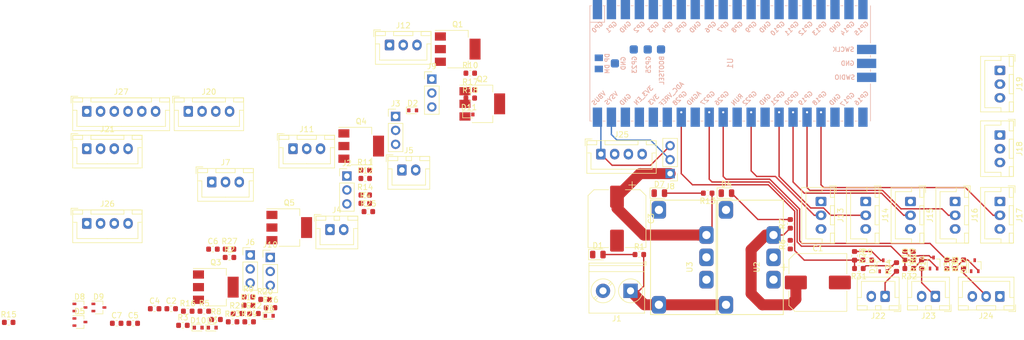
<source format=kicad_pcb>
(kicad_pcb (version 20171130) (host pcbnew 5.0.2+dfsg1-1)
  (layers (0 F.Cu signal) (1 In1.Cu signal) (2 In2.Cu signal) (31 B.Cu signal) (34 B.Paste user) (35 F.Paste user) (36 B.SilkS user) (37 F.SilkS user) (38 B.Mask user) (39 F.Mask user) (44 Edge.Cuts user))
  (net 0 "")
  (net 1 +12V)
  (net 2 GND)
  (net 3 TAC_3)
  (net 4 "Net-(C3-Pad1)")
  (net 5 TAC_1)
  (net 6 TAC_2)
  (net 7 DI_1)
  (net 8 DI_2)
  (net 9 ADC_RAW)
  (net 10 ADC_GENERIC)
  (net 11 ADC_PT1000)
  (net 12 "Net-(D1-Pad2)")
  (net 13 "Net-(D2-Pad1)")
  (net 14 "Net-(D2-Pad2)")
  (net 15 "Net-(D3-Pad2)")
  (net 16 "Net-(D3-Pad1)")
  (net 17 "Net-(D4-Pad2)")
  (net 18 "Net-(D6-Pad2)")
  (net 19 "Net-(D6-Pad1)")
  (net 20 "Net-(D7-Pad2)")
  (net 21 "Net-(D10-Pad2)")
  (net 22 "Net-(D10-Pad1)")
  (net 23 "Net-(D11-Pad1)")
  (net 24 "Net-(D11-Pad2)")
  (net 25 VIN)
  (net 26 "Net-(J7-Pad3)")
  (net 27 +5V)
  (net 28 V_USB)
  (net 29 "Net-(J11-Pad3)")
  (net 30 "Net-(J12-Pad3)")
  (net 31 DO_1)
  (net 32 DO_2)
  (net 33 DO_3)
  (net 34 DO_4)
  (net 35 DO_5)
  (net 36 "Net-(J18-Pad2)")
  (net 37 "Net-(J19-Pad2)")
  (net 38 I2C_SCL)
  (net 39 I2C_SDA)
  (net 40 +3V3)
  (net 41 UART_RX)
  (net 42 UART_TX)
  (net 43 "Net-(J22-Pad1)")
  (net 44 "Net-(J23-Pad1)")
  (net 45 "Net-(J24-Pad2)")
  (net 46 USB_DM)
  (net 47 USB_DP)
  (net 48 SPI_MISO)
  (net 49 SPI_CS)
  (net 50 SPI_SCK)
  (net 51 SPI_MOSI)
  (net 52 "Net-(Q1-Pad1)")
  (net 53 "Net-(Q2-Pad1)")
  (net 54 "Net-(Q3-Pad1)")
  (net 55 "Net-(Q4-Pad1)")
  (net 56 "Net-(Q5-Pad1)")
  (net 57 FET_1)
  (net 58 FET_2)
  (net 59 "Net-(R6-Pad1)")
  (net 60 FAN_3)
  (net 61 "Net-(D5-Pad2)")
  (net 62 FAN_1)
  (net 63 FAN_2)
  (net 64 "Net-(D8-Pad2)")
  (net 65 "Net-(D9-Pad2)")
  (net 66 "Net-(D12-Pad2)")
  (net 67 "Net-(D13-Pad2)")
  (net 68 "Net-(D14-Pad2)")
  (module Capacitor_SMD:CP_Elec_10x10 (layer F.Cu) (at 169.1 131.064)
    (fp_text reference C1 (at 0 -6.2) (layer F.SilkS))
    (fp_text value 100u)
    (pad 2 smd roundrect (at 4 0) (size 4 2.5) (layers F.Cu F.Paste F.Mask) (roundrect_rratio 0.1) (net 2 GND))
    (pad 1 smd roundrect (at -4 0) (size 4 2.5) (layers F.Cu F.Paste F.Mask) (roundrect_rratio 0.1) (net 1 +12V))
  )
  (module Capacitor_SMD:C_0603_1608Metric (layer F.Cu) (at 51.555001 135.848001)
    (fp_text reference C2 (at 0 -1.43) (layer F.SilkS))
    (fp_text value 100n)
    (pad 1 smd roundrect (at -0.7875 0) (size 0.875 0.95) (layers F.Cu F.Paste F.Mask) (net 3 TAC_3))
    (pad 2 smd roundrect (at 0.7875 0) (size 0.875 0.95) (layers F.Cu F.Paste F.Mask) (net 2 GND))
  )
  (module Capacitor_SMD:CP_Elec_10x10 (layer F.Cu) (at 132.588 119.444 270)
    (fp_text reference C3 (at 0 -6.2 270) (layer F.SilkS))
    (fp_text value 330u)
    (pad 1 smd roundrect (at -4 0 270) (size 4 2.5) (layers F.Cu F.Paste F.Mask) (roundrect_rratio 0.1) (net 4 "Net-(C3-Pad1)"))
    (pad 2 smd roundrect (at 4 0 270) (size 4 2.5) (layers F.Cu F.Paste F.Mask) (roundrect_rratio 0.1) (net 2 GND))
  )
  (module Capacitor_SMD:C_0603_1608Metric (layer F.Cu) (at 48.545001 135.848001)
    (fp_text reference C4 (at 0 -1.43) (layer F.SilkS))
    (fp_text value 100n)
    (pad 1 smd roundrect (at -0.7875 0) (size 0.875 0.95) (layers F.Cu F.Paste F.Mask) (net 5 TAC_1))
    (pad 2 smd roundrect (at 0.7875 0) (size 0.875 0.95) (layers F.Cu F.Paste F.Mask) (net 2 GND))
  )
  (module Capacitor_SMD:C_0603_1608Metric (layer F.Cu) (at 44.655001 138.498001)
    (fp_text reference C5 (at 0 -1.43) (layer F.SilkS))
    (fp_text value 100n)
    (pad 2 smd roundrect (at 0.7875 0) (size 0.875 0.95) (layers F.Cu F.Paste F.Mask) (net 2 GND))
    (pad 1 smd roundrect (at -0.7875 0) (size 0.875 0.95) (layers F.Cu F.Paste F.Mask) (net 6 TAC_2))
  )
  (module Capacitor_SMD:C_0603_1608Metric (layer F.Cu) (at 59.145001 124.998001)
    (fp_text reference C6 (at 0 -1.43) (layer F.SilkS))
    (fp_text value 100n)
    (pad 2 smd roundrect (at 0.7875 0) (size 0.875 0.95) (layers F.Cu F.Paste F.Mask) (net 2 GND))
    (pad 1 smd roundrect (at -0.7875 0) (size 0.875 0.95) (layers F.Cu F.Paste F.Mask) (net 7 DI_1))
  )
  (module Capacitor_SMD:C_0603_1608Metric (layer F.Cu) (at 41.645001 138.498001)
    (fp_text reference C7 (at 0 -1.43) (layer F.SilkS))
    (fp_text value 100n)
    (pad 1 smd roundrect (at -0.7875 0) (size 0.875 0.95) (layers F.Cu F.Paste F.Mask) (net 8 DI_2))
    (pad 2 smd roundrect (at 0.7875 0) (size 0.875 0.95) (layers F.Cu F.Paste F.Mask) (net 2 GND))
  )
  (module Capacitor_SMD:C_0603_1608Metric (layer F.Cu) (at 192.532 127.7875 270)
    (fp_text reference C8 (at 0 -1.43 270) (layer F.SilkS))
    (fp_text value 100n)
    (pad 2 smd roundrect (at 0.7875 0 270) (size 0.875 0.95) (layers F.Cu F.Paste F.Mask) (net 2 GND))
    (pad 1 smd roundrect (at -0.7875 0 270) (size 0.875 0.95) (layers F.Cu F.Paste F.Mask) (net 9 ADC_RAW))
  )
  (module Capacitor_SMD:C_0603_1608Metric (layer F.Cu) (at 178.0795 127)
    (fp_text reference C9 (at 0 -1.43) (layer F.SilkS))
    (fp_text value 100n)
    (pad 2 smd roundrect (at 0.7875 0) (size 0.875 0.95) (layers F.Cu F.Paste F.Mask) (net 2 GND))
    (pad 1 smd roundrect (at -0.7875 0) (size 0.875 0.95) (layers F.Cu F.Paste F.Mask) (net 10 ADC_GENERIC))
  )
  (module Capacitor_SMD:C_0603_1608Metric (layer F.Cu) (at 186.436 126.2125 90)
    (fp_text reference C10 (at 0 -1.43 90) (layer F.SilkS))
    (fp_text value 100n)
    (pad 1 smd roundrect (at -0.7875 0 90) (size 0.875 0.95) (layers F.Cu F.Paste F.Mask) (net 11 ADC_PT1000))
    (pad 2 smd roundrect (at 0.7875 0 90) (size 0.875 0.95) (layers F.Cu F.Paste F.Mask) (net 2 GND))
  )
  (module LED_SMD:LED_0805_2012Metric (layer F.Cu) (at 129.1105 125.984)
    (fp_text reference D1 (at 0 -1.65) (layer F.SilkS))
    (fp_text value VIN_LED)
    (pad 1 smd roundrect (at -0.9375 0) (size 0.975 1.4) (layers F.Cu F.Paste F.Mask) (net 2 GND))
    (pad 2 smd roundrect (at 0.9375 0) (size 0.975 1.4) (layers F.Cu F.Paste F.Mask) (net 12 "Net-(D1-Pad2)"))
  )
  (module Diode_SMD:D_SOD-523 (layer F.Cu) (at 95.445001 99.738001)
    (fp_text reference D2 (at 0 -1.3) (layer F.SilkS))
    (fp_text value 1N914)
    (pad 1 smd rect (at -0.7 0 180) (size 0.6 0.7) (layers F.Cu F.Paste F.Mask) (net 13 "Net-(D2-Pad1)"))
    (pad 2 smd rect (at 0.7 0 180) (size 0.6 0.7) (layers F.Cu F.Paste F.Mask) (net 14 "Net-(D2-Pad2)"))
  )
  (module Diode_SMD:D_SOD-523 (layer F.Cu) (at 59.015001 139.288001)
    (fp_text reference D3 (at 0 -1.3) (layer F.SilkS))
    (fp_text value 1N914)
    (pad 1 smd rect (at -0.7 0 180) (size 0.6 0.7) (layers F.Cu F.Paste F.Mask) (net 16 "Net-(D3-Pad1)"))
    (pad 2 smd rect (at 0.7 0 180) (size 0.6 0.7) (layers F.Cu F.Paste F.Mask) (net 15 "Net-(D3-Pad2)"))
  )
  (module LED_SMD:LED_0805_2012Metric (layer F.Cu) (at 152.4785 114.808)
    (fp_text reference D4 (at 0 -1.65) (layer F.SilkS))
    (fp_text value 12V_LED)
    (pad 1 smd roundrect (at -0.9375 0) (size 0.975 1.4) (layers F.Cu F.Paste F.Mask) (net 2 GND))
    (pad 2 smd roundrect (at 0.9375 0) (size 0.975 1.4) (layers F.Cu F.Paste F.Mask) (net 17 "Net-(D4-Pad2)"))
  )
  (module Package_TO_SOT_SMD:SOT-323_SC-70 (layer F.Cu) (at 34.965001 138.268001)
    (fp_text reference D5 (at -0.05 -1.95) (layer F.SilkS))
    (fp_text value BAV99)
    (pad 1 smd rect (at -1 -0.65 270) (size 0.45 0.7) (layers F.Cu F.Paste F.Mask) (net 2 GND))
    (pad 2 smd rect (at -1 0.65 270) (size 0.45 0.7) (layers F.Cu F.Paste F.Mask) (net 61 "Net-(D5-Pad2)"))
    (pad 3 smd rect (at 1 0 270) (size 0.45 0.7) (layers F.Cu F.Paste F.Mask) (net 40 +3V3))
  )
  (module Diode_SMD:D_SOD-523 (layer F.Cu) (at 69.385001 137.138001)
    (fp_text reference D6 (at 0 -1.3) (layer F.SilkS))
    (fp_text value 1N914)
    (pad 2 smd rect (at 0.7 0 180) (size 0.6 0.7) (layers F.Cu F.Paste F.Mask) (net 18 "Net-(D6-Pad2)"))
    (pad 1 smd rect (at -0.7 0 180) (size 0.6 0.7) (layers F.Cu F.Paste F.Mask) (net 19 "Net-(D6-Pad1)"))
  )
  (module LED_SMD:LED_0805_2012Metric (layer F.Cu) (at 140.2865 114.808)
    (fp_text reference D7 (at 0 -1.65) (layer F.SilkS))
    (fp_text value 5V_LED)
    (pad 2 smd roundrect (at 0.9375 0) (size 0.975 1.4) (layers F.Cu F.Paste F.Mask) (net 20 "Net-(D7-Pad2)"))
    (pad 1 smd roundrect (at -0.9375 0) (size 0.975 1.4) (layers F.Cu F.Paste F.Mask) (net 2 GND))
  )
  (module Package_TO_SOT_SMD:SOT-323_SC-70 (layer F.Cu) (at 34.965001 135.618001)
    (fp_text reference D8 (at -0.05 -1.95) (layer F.SilkS))
    (fp_text value BAV99)
    (pad 3 smd rect (at 1 0 270) (size 0.45 0.7) (layers F.Cu F.Paste F.Mask) (net 40 +3V3))
    (pad 2 smd rect (at -1 0.65 270) (size 0.45 0.7) (layers F.Cu F.Paste F.Mask) (net 64 "Net-(D8-Pad2)"))
    (pad 1 smd rect (at -1 -0.65 270) (size 0.45 0.7) (layers F.Cu F.Paste F.Mask) (net 2 GND))
  )
  (module Package_TO_SOT_SMD:SOT-323_SC-70 (layer F.Cu) (at 38.415001 135.618001)
    (fp_text reference D9 (at -0.05 -1.95) (layer F.SilkS))
    (fp_text value BAV99)
    (pad 3 smd rect (at 1 0 270) (size 0.45 0.7) (layers F.Cu F.Paste F.Mask) (net 40 +3V3))
    (pad 2 smd rect (at -1 0.65 270) (size 0.45 0.7) (layers F.Cu F.Paste F.Mask) (net 65 "Net-(D9-Pad2)"))
    (pad 1 smd rect (at -1 -0.65 270) (size 0.45 0.7) (layers F.Cu F.Paste F.Mask) (net 2 GND))
  )
  (module Diode_SMD:D_SOD-523 (layer F.Cu) (at 56.465001 139.288001)
    (fp_text reference D10 (at 0 -1.3) (layer F.SilkS))
    (fp_text value 1N914)
    (pad 2 smd rect (at 0.7 0 180) (size 0.6 0.7) (layers F.Cu F.Paste F.Mask) (net 21 "Net-(D10-Pad2)"))
    (pad 1 smd rect (at -0.7 0 180) (size 0.6 0.7) (layers F.Cu F.Paste F.Mask) (net 22 "Net-(D10-Pad1)"))
  )
  (module Diode_SMD:D_SOD-523 (layer F.Cu) (at 105.685001 100.488001)
    (fp_text reference D11 (at 0 -1.3) (layer F.SilkS))
    (fp_text value 1N914)
    (pad 2 smd rect (at 0.7 0 180) (size 0.6 0.7) (layers F.Cu F.Paste F.Mask) (net 24 "Net-(D11-Pad2)"))
    (pad 1 smd rect (at -0.7 0 180) (size 0.6 0.7) (layers F.Cu F.Paste F.Mask) (net 23 "Net-(D11-Pad1)"))
  )
  (module Package_TO_SOT_SMD:SOT-323_SC-70 (layer F.Cu) (at 197.612 128.016 90)
    (fp_text reference D12 (at -0.05 -1.95 90) (layer F.SilkS))
    (fp_text value BAV99)
    (pad 1 smd rect (at -1 -0.65) (size 0.45 0.7) (layers F.Cu F.Paste F.Mask) (net 2 GND))
    (pad 2 smd rect (at -1 0.65) (size 0.45 0.7) (layers F.Cu F.Paste F.Mask) (net 66 "Net-(D12-Pad2)"))
    (pad 3 smd rect (at 1 0) (size 0.45 0.7) (layers F.Cu F.Paste F.Mask) (net 40 +3V3))
  )
  (module Package_TO_SOT_SMD:SOT-323_SC-70 (layer F.Cu) (at 180.99 128.032 90)
    (fp_text reference D13 (at -0.05 -1.95 90) (layer F.SilkS))
    (fp_text value BAV99)
    (pad 3 smd rect (at 1 0) (size 0.45 0.7) (layers F.Cu F.Paste F.Mask) (net 40 +3V3))
    (pad 2 smd rect (at -1 0.65) (size 0.45 0.7) (layers F.Cu F.Paste F.Mask) (net 67 "Net-(D13-Pad2)"))
    (pad 1 smd rect (at -1 -0.65) (size 0.45 0.7) (layers F.Cu F.Paste F.Mask) (net 2 GND))
  )
  (module Package_TO_SOT_SMD:SOT-323_SC-70 (layer F.Cu) (at 190.134 127.524 90)
    (fp_text reference D14 (at -0.05 -1.95 90) (layer F.SilkS))
    (fp_text value BAV99)
    (pad 1 smd rect (at -1 -0.65) (size 0.45 0.7) (layers F.Cu F.Paste F.Mask) (net 2 GND))
    (pad 2 smd rect (at -1 0.65) (size 0.45 0.7) (layers F.Cu F.Paste F.Mask) (net 68 "Net-(D14-Pad2)"))
    (pad 3 smd rect (at 1 0) (size 0.45 0.7) (layers F.Cu F.Paste F.Mask) (net 40 +3V3))
  )
  (module TerminalBlock_Phoenix:TerminalBlock_Phoenix_PT-1,5-2-5.0-H_1x02_P5.00mm_Horizontal (layer F.Cu) (at 135.048 132.588 180)
    (fp_text reference J1 (at 2.5 -5.06 180) (layer F.SilkS))
    (fp_text value Conn_01x02_Female)
    (pad 1 thru_hole rect (at 0 0 180) (size 2.6 2.6) (drill 1.3) (layers *.Cu *.Mask) (net 25 VIN))
    (pad 2 thru_hole circle (at 5 0 180) (size 2.6 2.6) (drill 1.3) (layers *.Cu *.Mask) (net 2 GND))
  )
  (module Connector_PinHeader_2.54mm:PinHeader_1x03_P2.54mm_Vertical (layer F.Cu) (at 83.495001 111.688001)
    (fp_text reference J2 (at 0 -2.33) (layer F.SilkS))
    (fp_text value FET_1_V_SELECT)
    (pad 3 thru_hole oval (at 0 5.08) (size 1.7 1.7) (drill 1) (layers *.Cu *.Mask) (net 1 +12V))
    (pad 2 thru_hole oval (at 0 2.54) (size 1.7 1.7) (drill 1) (layers *.Cu *.Mask) (net 13 "Net-(D2-Pad1)"))
    (pad 1 thru_hole rect (at 0 0) (size 1.7 1.7) (drill 1) (layers *.Cu *.Mask) (net 25 VIN))
  )
  (module Connector_PinHeader_2.54mm:PinHeader_1x03_P2.54mm_Vertical (layer F.Cu) (at 92.345001 100.838001)
    (fp_text reference J3 (at 0 -2.33) (layer F.SilkS))
    (fp_text value FET_2_V_SELECT)
    (pad 1 thru_hole rect (at 0 0) (size 1.7 1.7) (drill 1) (layers *.Cu *.Mask) (net 25 VIN))
    (pad 2 thru_hole oval (at 0 2.54) (size 1.7 1.7) (drill 1) (layers *.Cu *.Mask) (net 16 "Net-(D3-Pad1)"))
    (pad 3 thru_hole oval (at 0 5.08) (size 1.7 1.7) (drill 1) (layers *.Cu *.Mask) (net 1 +12V))
  )
  (module Connector_JST:JST_XH_B02B-XH-A_1x02_P2.50mm_Vertical (layer F.Cu) (at 80.415001 121.438001)
    (fp_text reference J4 (at 1.25 -3.55) (layer F.SilkS))
    (fp_text value FET_1)
    (pad 1 thru_hole roundrect (at 0 0) (size 1.7 2) (drill 1) (layers *.Cu *.Mask) (roundrect_rratio 0.147059) (net 13 "Net-(D2-Pad1)"))
    (pad 2 thru_hole oval (at 2.5 0) (size 1.7 2) (drill 1) (layers *.Cu *.Mask) (net 14 "Net-(D2-Pad2)"))
  )
  (module Connector_JST:JST_XH_B02B-XH-A_1x02_P2.50mm_Vertical (layer F.Cu) (at 93.495001 110.588001)
    (fp_text reference J5 (at 1.25 -3.55) (layer F.SilkS))
    (fp_text value FET_2)
    (pad 2 thru_hole oval (at 2.5 0) (size 1.7 2) (drill 1) (layers *.Cu *.Mask) (net 15 "Net-(D3-Pad2)"))
    (pad 1 thru_hole roundrect (at 0 0) (size 1.7 2) (drill 1) (layers *.Cu *.Mask) (roundrect_rratio 0.147059) (net 16 "Net-(D3-Pad1)"))
  )
  (module Connector_PinHeader_2.54mm:PinHeader_1x03_P2.54mm_Vertical (layer F.Cu) (at 65.915001 126.068001)
    (fp_text reference J6 (at 0 -2.33) (layer F.SilkS))
    (fp_text value FAN_3_V_SELECT)
    (pad 1 thru_hole rect (at 0 0) (size 1.7 1.7) (drill 1) (layers *.Cu *.Mask) (net 25 VIN))
    (pad 2 thru_hole oval (at 0 2.54) (size 1.7 1.7) (drill 1) (layers *.Cu *.Mask) (net 19 "Net-(D6-Pad1)"))
    (pad 3 thru_hole oval (at 0 5.08) (size 1.7 1.7) (drill 1) (layers *.Cu *.Mask) (net 1 +12V))
  )
  (module Connector_JST:JST_XH_B03B-XH-A_1x03_P2.50mm_Vertical (layer F.Cu) (at 58.928 112.776)
    (fp_text reference J7 (at 2.5 -3.55) (layer F.SilkS))
    (fp_text value FAN_3)
    (pad 3 thru_hole oval (at 5 0) (size 1.7 1.95) (drill 0.95) (layers *.Cu *.Mask) (net 26 "Net-(J7-Pad3)"))
    (pad 2 thru_hole oval (at 2.5 0) (size 1.7 1.95) (drill 0.95) (layers *.Cu *.Mask) (net 18 "Net-(D6-Pad2)"))
    (pad 1 thru_hole roundrect (at 0 0) (size 1.7 1.95) (drill 0.95) (layers *.Cu *.Mask) (roundrect_rratio 0.147059) (net 19 "Net-(D6-Pad1)"))
  )
  (module Connector_PinHeader_2.54mm:PinHeader_1x03_P2.54mm_Vertical (layer F.Cu) (at 142.24 111.252 180)
    (fp_text reference J8 (at 0 -2.33 180) (layer F.SilkS))
    (fp_text value VB_SELECT)
    (pad 1 thru_hole rect (at 0 0 180) (size 1.7 1.7) (drill 1) (layers *.Cu *.Mask) (net 4 "Net-(C3-Pad1)"))
    (pad 2 thru_hole oval (at 0 2.54 180) (size 1.7 1.7) (drill 1) (layers *.Cu *.Mask) (net 27 +5V))
    (pad 3 thru_hole oval (at 0 5.08 180) (size 1.7 1.7) (drill 1) (layers *.Cu *.Mask) (net 28 V_USB))
  )
  (module Connector_PinHeader_2.54mm:PinHeader_1x03_P2.54mm_Vertical (layer F.Cu) (at 98.935001 94.038001)
    (fp_text reference J9 (at 0 -2.33) (layer F.SilkS))
    (fp_text value FAN_1_V_SELECT)
    (pad 3 thru_hole oval (at 0 5.08) (size 1.7 1.7) (drill 1) (layers *.Cu *.Mask) (net 1 +12V))
    (pad 2 thru_hole oval (at 0 2.54) (size 1.7 1.7) (drill 1) (layers *.Cu *.Mask) (net 22 "Net-(D10-Pad1)"))
    (pad 1 thru_hole rect (at 0 0) (size 1.7 1.7) (drill 1) (layers *.Cu *.Mask) (net 25 VIN))
  )
  (module Connector_PinHeader_2.54mm:PinHeader_1x03_P2.54mm_Vertical (layer F.Cu) (at 69.565001 126.518001)
    (fp_text reference J10 (at 0 -2.33) (layer F.SilkS))
    (fp_text value FAN_2_V_SELECT)
    (pad 3 thru_hole oval (at 0 5.08) (size 1.7 1.7) (drill 1) (layers *.Cu *.Mask) (net 1 +12V))
    (pad 2 thru_hole oval (at 0 2.54) (size 1.7 1.7) (drill 1) (layers *.Cu *.Mask) (net 23 "Net-(D11-Pad1)"))
    (pad 1 thru_hole rect (at 0 0) (size 1.7 1.7) (drill 1) (layers *.Cu *.Mask) (net 25 VIN))
  )
  (module Connector_JST:JST_XH_B03B-XH-A_1x03_P2.50mm_Vertical (layer F.Cu) (at 73.695001 106.718001)
    (fp_text reference J11 (at 2.5 -3.55) (layer F.SilkS))
    (fp_text value FAN_1)
    (pad 3 thru_hole oval (at 5 0) (size 1.7 1.95) (drill 0.95) (layers *.Cu *.Mask) (net 29 "Net-(J11-Pad3)"))
    (pad 2 thru_hole oval (at 2.5 0) (size 1.7 1.95) (drill 0.95) (layers *.Cu *.Mask) (net 21 "Net-(D10-Pad2)"))
    (pad 1 thru_hole roundrect (at 0 0) (size 1.7 1.95) (drill 0.95) (layers *.Cu *.Mask) (roundrect_rratio 0.147059) (net 22 "Net-(D10-Pad1)"))
  )
  (module Connector_JST:JST_XH_B03B-XH-A_1x03_P2.50mm_Vertical (layer F.Cu) (at 91.235001 87.838001)
    (fp_text reference J12 (at 2.5 -3.55) (layer F.SilkS))
    (fp_text value FAN_2)
    (pad 1 thru_hole roundrect (at 0 0) (size 1.7 1.95) (drill 0.95) (layers *.Cu *.Mask) (roundrect_rratio 0.147059) (net 23 "Net-(D11-Pad1)"))
    (pad 2 thru_hole oval (at 2.5 0) (size 1.7 1.95) (drill 0.95) (layers *.Cu *.Mask) (net 24 "Net-(D11-Pad2)"))
    (pad 3 thru_hole oval (at 5 0) (size 1.7 1.95) (drill 0.95) (layers *.Cu *.Mask) (net 30 "Net-(J12-Pad3)"))
  )
  (module Connector_JST:JST_XH_B03B-XH-A_1x03_P2.50mm_Vertical (layer F.Cu) (at 169.672 116.332 270)
    (fp_text reference J13 (at 2.5 -3.55 270) (layer F.SilkS))
    (fp_text value DO_1)
    (pad 1 thru_hole roundrect (at 0 0 270) (size 1.7 1.95) (drill 0.95) (layers *.Cu *.Mask) (roundrect_rratio 0.147059) (net 27 +5V))
    (pad 2 thru_hole oval (at 2.5 0 270) (size 1.7 1.95) (drill 0.95) (layers *.Cu *.Mask) (net 31 DO_1))
    (pad 3 thru_hole oval (at 5 0 270) (size 1.7 1.95) (drill 0.95) (layers *.Cu *.Mask) (net 2 GND))
  )
  (module Connector_JST:JST_XH_B03B-XH-A_1x03_P2.50mm_Vertical (layer F.Cu) (at 177.8 116.332 270)
    (fp_text reference J14 (at 2.5 -3.55 270) (layer F.SilkS))
    (fp_text value DO_2)
    (pad 3 thru_hole oval (at 5 0 270) (size 1.7 1.95) (drill 0.95) (layers *.Cu *.Mask) (net 2 GND))
    (pad 2 thru_hole oval (at 2.5 0 270) (size 1.7 1.95) (drill 0.95) (layers *.Cu *.Mask) (net 32 DO_2))
    (pad 1 thru_hole roundrect (at 0 0 270) (size 1.7 1.95) (drill 0.95) (layers *.Cu *.Mask) (roundrect_rratio 0.147059) (net 27 +5V))
  )
  (module Connector_JST:JST_XH_B03B-XH-A_1x03_P2.50mm_Vertical (layer F.Cu) (at 185.928 116.332 270)
    (fp_text reference J15 (at 2.5 -3.55 270) (layer F.SilkS))
    (fp_text value DO_3)
    (pad 1 thru_hole roundrect (at 0 0 270) (size 1.7 1.95) (drill 0.95) (layers *.Cu *.Mask) (roundrect_rratio 0.147059) (net 27 +5V))
    (pad 2 thru_hole oval (at 2.5 0 270) (size 1.7 1.95) (drill 0.95) (layers *.Cu *.Mask) (net 33 DO_3))
    (pad 3 thru_hole oval (at 5 0 270) (size 1.7 1.95) (drill 0.95) (layers *.Cu *.Mask) (net 2 GND))
  )
  (module Connector_JST:JST_XH_B03B-XH-A_1x03_P2.50mm_Vertical (layer F.Cu) (at 194.056 116.332 270)
    (fp_text reference J16 (at 2.5 -3.55 270) (layer F.SilkS))
    (fp_text value DO_4)
    (pad 3 thru_hole oval (at 5 0 270) (size 1.7 1.95) (drill 0.95) (layers *.Cu *.Mask) (net 2 GND))
    (pad 2 thru_hole oval (at 2.5 0 270) (size 1.7 1.95) (drill 0.95) (layers *.Cu *.Mask) (net 34 DO_4))
    (pad 1 thru_hole roundrect (at 0 0 270) (size 1.7 1.95) (drill 0.95) (layers *.Cu *.Mask) (roundrect_rratio 0.147059) (net 27 +5V))
  )
  (module Connector_JST:JST_XH_B03B-XH-A_1x03_P2.50mm_Vertical (layer F.Cu) (at 202.184 116.332 270)
    (fp_text reference J17 (at 2.5 -3.55 270) (layer F.SilkS))
    (fp_text value DO_5)
    (pad 1 thru_hole roundrect (at 0 0 270) (size 1.7 1.95) (drill 0.95) (layers *.Cu *.Mask) (roundrect_rratio 0.147059) (net 27 +5V))
    (pad 2 thru_hole oval (at 2.5 0 270) (size 1.7 1.95) (drill 0.95) (layers *.Cu *.Mask) (net 35 DO_5))
    (pad 3 thru_hole oval (at 5 0 270) (size 1.7 1.95) (drill 0.95) (layers *.Cu *.Mask) (net 2 GND))
  )
  (module Connector_JST:JST_XH_B03B-XH-A_1x03_P2.50mm_Vertical (layer F.Cu) (at 202.184 104.22 270)
    (fp_text reference J18 (at 2.5 -3.55 270) (layer F.SilkS))
    (fp_text value DI_1)
    (pad 1 thru_hole roundrect (at 0 0 270) (size 1.7 1.95) (drill 0.95) (layers *.Cu *.Mask) (roundrect_rratio 0.147059) (net 27 +5V))
    (pad 2 thru_hole oval (at 2.5 0 270) (size 1.7 1.95) (drill 0.95) (layers *.Cu *.Mask) (net 36 "Net-(J18-Pad2)"))
    (pad 3 thru_hole oval (at 5 0 270) (size 1.7 1.95) (drill 0.95) (layers *.Cu *.Mask) (net 2 GND))
  )
  (module Connector_JST:JST_XH_B03B-XH-A_1x03_P2.50mm_Vertical (layer F.Cu) (at 202.184 92.456 270)
    (fp_text reference J19 (at 2.5 -3.55 270) (layer F.SilkS))
    (fp_text value DI_2)
    (pad 1 thru_hole roundrect (at 0 0 270) (size 1.7 1.95) (drill 0.95) (layers *.Cu *.Mask) (roundrect_rratio 0.147059) (net 27 +5V))
    (pad 2 thru_hole oval (at 2.5 0 270) (size 1.7 1.95) (drill 0.95) (layers *.Cu *.Mask) (net 37 "Net-(J19-Pad2)"))
    (pad 3 thru_hole oval (at 5 0 270) (size 1.7 1.95) (drill 0.95) (layers *.Cu *.Mask) (net 2 GND))
  )
  (module Connector_JST:JST_XH_B04B-XH-A_1x04_P2.50mm_Vertical (layer F.Cu) (at 54.665001 99.918001)
    (fp_text reference J20 (at 3.75 -3.55) (layer F.SilkS))
    (fp_text value I2C_1)
    (pad 1 thru_hole roundrect (at 0 0) (size 1.7 1.95) (drill 0.95) (layers *.Cu *.Mask) (roundrect_rratio 0.147059) (net 40 +3V3))
    (pad 2 thru_hole oval (at 2.5 0) (size 1.7 1.95) (drill 0.95) (layers *.Cu *.Mask) (net 39 I2C_SDA))
    (pad 3 thru_hole oval (at 5 0) (size 1.7 1.95) (drill 0.95) (layers *.Cu *.Mask) (net 38 I2C_SCL))
    (pad 4 thru_hole oval (at 7.5 0) (size 1.7 1.95) (drill 0.95) (layers *.Cu *.Mask) (net 2 GND))
  )
  (module Connector_JST:JST_XH_B04B-XH-A_1x04_P2.50mm_Vertical (layer F.Cu) (at 36.215001 106.718001)
    (fp_text reference J21 (at 3.75 -3.55) (layer F.SilkS))
    (fp_text value I2C_2)
    (pad 1 thru_hole roundrect (at 0 0) (size 1.7 1.95) (drill 0.95) (layers *.Cu *.Mask) (roundrect_rratio 0.147059) (net 40 +3V3))
    (pad 2 thru_hole oval (at 2.5 0) (size 1.7 1.95) (drill 0.95) (layers *.Cu *.Mask) (net 41 UART_RX))
    (pad 3 thru_hole oval (at 5 0) (size 1.7 1.95) (drill 0.95) (layers *.Cu *.Mask) (net 42 UART_TX))
    (pad 4 thru_hole oval (at 7.5 0) (size 1.7 1.95) (drill 0.95) (layers *.Cu *.Mask) (net 2 GND))
  )
  (module Connector_JST:JST_XH_B02B-XH-A_1x02_P2.50mm_Vertical (layer F.Cu) (at 181.316 133.604 180)
    (fp_text reference J22 (at 1.25 -3.55 180) (layer F.SilkS))
    (fp_text value ADC_GENERIC)
    (pad 2 thru_hole oval (at 2.5 0 180) (size 1.7 2) (drill 1) (layers *.Cu *.Mask) (net 2 GND))
    (pad 1 thru_hole roundrect (at 0 0 180) (size 1.7 2) (drill 1) (layers *.Cu *.Mask) (roundrect_rratio 0.147059) (net 43 "Net-(J22-Pad1)"))
  )
  (module Connector_JST:JST_XH_B02B-XH-A_1x02_P2.50mm_Vertical (layer F.Cu) (at 190.46 133.604 180)
    (fp_text reference J23 (at 1.25 -3.55 180) (layer F.SilkS))
    (fp_text value ADC_PT1000)
    (pad 1 thru_hole roundrect (at 0 0 180) (size 1.7 2) (drill 1) (layers *.Cu *.Mask) (roundrect_rratio 0.147059) (net 44 "Net-(J23-Pad1)"))
    (pad 2 thru_hole oval (at 2.5 0 180) (size 1.7 2) (drill 1) (layers *.Cu *.Mask) (net 2 GND))
  )
  (module Connector_JST:JST_XH_B03B-XH-A_1x03_P2.50mm_Vertical (layer F.Cu) (at 202.184 133.604 180)
    (fp_text reference J24 (at 2.5 -3.55 180) (layer F.SilkS))
    (fp_text value ADC_RAW)
    (pad 3 thru_hole oval (at 5 0 180) (size 1.7 1.95) (drill 0.95) (layers *.Cu *.Mask) (net 2 GND))
    (pad 2 thru_hole oval (at 2.5 0 180) (size 1.7 1.95) (drill 0.95) (layers *.Cu *.Mask) (net 45 "Net-(J24-Pad2)"))
    (pad 1 thru_hole roundrect (at 0 0 180) (size 1.7 1.95) (drill 0.95) (layers *.Cu *.Mask) (roundrect_rratio 0.147059) (net 40 +3V3))
  )
  (module Connector_JST:JST_XH_B04B-XH-A_1x04_P2.50mm_Vertical (layer F.Cu) (at 129.66 107.696)
    (fp_text reference J25 (at 3.75 -3.55) (layer F.SilkS))
    (fp_text value USB)
    (pad 4 thru_hole oval (at 7.5 0) (size 1.7 1.95) (drill 0.95) (layers *.Cu *.Mask) (net 2 GND))
    (pad 3 thru_hole oval (at 5 0) (size 1.7 1.95) (drill 0.95) (layers *.Cu *.Mask) (net 46 USB_DM))
    (pad 2 thru_hole oval (at 2.5 0) (size 1.7 1.95) (drill 0.95) (layers *.Cu *.Mask) (net 47 USB_DP))
    (pad 1 thru_hole roundrect (at 0 0) (size 1.7 1.95) (drill 0.95) (layers *.Cu *.Mask) (roundrect_rratio 0.147059) (net 28 V_USB))
  )
  (module Connector_JST:JST_XH_B04B-XH-A_1x04_P2.50mm_Vertical (layer F.Cu) (at 36.215001 120.318001)
    (fp_text reference J26 (at 3.75 -3.55) (layer F.SilkS))
    (fp_text value I2C_2)
    (pad 4 thru_hole oval (at 7.5 0) (size 1.7 1.95) (drill 0.95) (layers *.Cu *.Mask) (net 2 GND))
    (pad 3 thru_hole oval (at 5 0) (size 1.7 1.95) (drill 0.95) (layers *.Cu *.Mask) (net 38 I2C_SCL))
    (pad 2 thru_hole oval (at 2.5 0) (size 1.7 1.95) (drill 0.95) (layers *.Cu *.Mask) (net 39 I2C_SDA))
    (pad 1 thru_hole roundrect (at 0 0) (size 1.7 1.95) (drill 0.95) (layers *.Cu *.Mask) (roundrect_rratio 0.147059) (net 40 +3V3))
  )
  (module Connector_JST:JST_XH_B06B-XH-A_1x06_P2.50mm_Vertical (layer F.Cu) (at 36.215001 99.918001)
    (fp_text reference J27 (at 6.25 -3.55) (layer F.SilkS))
    (fp_text value SPI)
    (pad 1 thru_hole roundrect (at 0 0) (size 1.7 1.95) (drill 0.95) (layers *.Cu *.Mask) (roundrect_rratio 0.147059) (net 40 +3V3))
    (pad 2 thru_hole oval (at 2.5 0) (size 1.7 1.95) (drill 0.95) (layers *.Cu *.Mask) (net 48 SPI_MISO))
    (pad 3 thru_hole oval (at 5 0) (size 1.7 1.95) (drill 0.95) (layers *.Cu *.Mask) (net 49 SPI_CS))
    (pad 4 thru_hole oval (at 7.5 0) (size 1.7 1.95) (drill 0.95) (layers *.Cu *.Mask) (net 50 SPI_SCK))
    (pad 5 thru_hole oval (at 10 0) (size 1.7 1.95) (drill 0.95) (layers *.Cu *.Mask) (net 51 SPI_MOSI))
    (pad 6 thru_hole oval (at 12.5 0) (size 1.7 1.95) (drill 0.95) (layers *.Cu *.Mask) (net 2 GND))
  )
  (module Package_TO_SOT_SMD:SOT-223 (layer F.Cu) (at 103.635001 88.588001)
    (fp_text reference Q1 (at 0 -4.5) (layer F.SilkS))
    (fp_text value NCV8402)
    (pad 4 smd rect (at 3.15 0) (size 2 3.8) (layers F.Cu F.Paste F.Mask) (net 14 "Net-(D2-Pad2)"))
    (pad 2 smd rect (at -3.15 0) (size 2 1.5) (layers F.Cu F.Paste F.Mask) (net 14 "Net-(D2-Pad2)"))
    (pad 3 smd rect (at -3.15 2.3) (size 2 1.5) (layers F.Cu F.Paste F.Mask) (net 2 GND))
    (pad 1 smd rect (at -3.15 -2.3) (size 2 1.5) (layers F.Cu F.Paste F.Mask) (net 52 "Net-(Q1-Pad1)"))
  )
  (module Package_TO_SOT_SMD:SOT-223 (layer F.Cu) (at 108.102 98.552)
    (fp_text reference Q2 (at 0 -4.5) (layer F.SilkS))
    (fp_text value NCV8402)
    (pad 1 smd rect (at -3.15 -2.3) (size 2 1.5) (layers F.Cu F.Paste F.Mask) (net 53 "Net-(Q2-Pad1)"))
    (pad 3 smd rect (at -3.15 2.3) (size 2 1.5) (layers F.Cu F.Paste F.Mask) (net 2 GND))
    (pad 2 smd rect (at -3.15 0) (size 2 1.5) (layers F.Cu F.Paste F.Mask) (net 15 "Net-(D3-Pad2)"))
    (pad 4 smd rect (at 3.15 0) (size 2 3.8) (layers F.Cu F.Paste F.Mask) (net 15 "Net-(D3-Pad2)"))
  )
  (module Package_TO_SOT_SMD:SOT-223 (layer F.Cu) (at 59.665001 131.918001)
    (fp_text reference Q3 (at 0 -4.5) (layer F.SilkS))
    (fp_text value NCV8402)
    (pad 4 smd rect (at 3.15 0) (size 2 3.8) (layers F.Cu F.Paste F.Mask) (net 18 "Net-(D6-Pad2)"))
    (pad 2 smd rect (at -3.15 0) (size 2 1.5) (layers F.Cu F.Paste F.Mask) (net 18 "Net-(D6-Pad2)"))
    (pad 3 smd rect (at -3.15 2.3) (size 2 1.5) (layers F.Cu F.Paste F.Mask) (net 2 GND))
    (pad 1 smd rect (at -3.15 -2.3) (size 2 1.5) (layers F.Cu F.Paste F.Mask) (net 54 "Net-(Q3-Pad1)"))
  )
  (module Package_TO_SOT_SMD:SOT-223 (layer F.Cu) (at 86.095001 106.238001)
    (fp_text reference Q4 (at 0 -4.5) (layer F.SilkS))
    (fp_text value NCV8402)
    (pad 4 smd rect (at 3.15 0) (size 2 3.8) (layers F.Cu F.Paste F.Mask) (net 21 "Net-(D10-Pad2)"))
    (pad 2 smd rect (at -3.15 0) (size 2 1.5) (layers F.Cu F.Paste F.Mask) (net 21 "Net-(D10-Pad2)"))
    (pad 3 smd rect (at -3.15 2.3) (size 2 1.5) (layers F.Cu F.Paste F.Mask) (net 2 GND))
    (pad 1 smd rect (at -3.15 -2.3) (size 2 1.5) (layers F.Cu F.Paste F.Mask) (net 55 "Net-(Q4-Pad1)"))
  )
  (module Package_TO_SOT_SMD:SOT-223 (layer F.Cu) (at 73.015001 121.068001)
    (fp_text reference Q5 (at 0 -4.5) (layer F.SilkS))
    (fp_text value NCV8402)
    (pad 1 smd rect (at -3.15 -2.3) (size 2 1.5) (layers F.Cu F.Paste F.Mask) (net 56 "Net-(Q5-Pad1)"))
    (pad 3 smd rect (at -3.15 2.3) (size 2 1.5) (layers F.Cu F.Paste F.Mask) (net 2 GND))
    (pad 2 smd rect (at -3.15 0) (size 2 1.5) (layers F.Cu F.Paste F.Mask) (net 24 "Net-(D11-Pad2)"))
    (pad 4 smd rect (at 3.15 0) (size 2 3.8) (layers F.Cu F.Paste F.Mask) (net 24 "Net-(D11-Pad2)"))
  )
  (module Resistor_SMD:R_0603_1608Metric (layer F.Cu) (at 136.652 125.984)
    (fp_text reference R1 (at 0 -1.43) (layer F.SilkS))
    (fp_text value 4K7)
    (pad 1 smd roundrect (at -0.7875 0) (size 0.875 0.95) (layers F.Cu F.Paste F.Mask) (net 12 "Net-(D1-Pad2)"))
    (pad 2 smd roundrect (at 0.7875 0) (size 0.875 0.95) (layers F.Cu F.Paste F.Mask) (net 25 VIN))
  )
  (module Resistor_SMD:R_0603_1608Metric (layer F.Cu) (at 62.155001 126.508001)
    (fp_text reference R2 (at 0 -1.43) (layer F.SilkS))
    (fp_text value 1K)
    (pad 2 smd roundrect (at 0.7875 0) (size 0.875 0.95) (layers F.Cu F.Paste F.Mask) (net 57 FET_1))
    (pad 1 smd roundrect (at -0.7875 0) (size 0.875 0.95) (layers F.Cu F.Paste F.Mask) (net 52 "Net-(Q1-Pad1)"))
  )
  (module Resistor_SMD:R_0603_1608Metric (layer F.Cu) (at 53.685001 138.868001)
    (fp_text reference R3 (at 0 -1.43) (layer F.SilkS))
    (fp_text value 1K)
    (pad 1 smd roundrect (at -0.7875 0) (size 0.875 0.95) (layers F.Cu F.Paste F.Mask) (net 53 "Net-(Q2-Pad1)"))
    (pad 2 smd roundrect (at 0.7875 0) (size 0.875 0.95) (layers F.Cu F.Paste F.Mask) (net 58 FET_2))
  )
  (module Resistor_SMD:R_0603_1608Metric (layer F.Cu) (at 86.825001 116.658001)
    (fp_text reference R4 (at 0 -1.43) (layer F.SilkS))
    (fp_text value 10K)
    (pad 2 smd roundrect (at 0.7875 0) (size 0.875 0.95) (layers F.Cu F.Paste F.Mask) (net 52 "Net-(Q1-Pad1)"))
    (pad 1 smd roundrect (at -0.7875 0) (size 0.875 0.95) (layers F.Cu F.Paste F.Mask) (net 2 GND))
  )
  (module Resistor_SMD:R_0603_1608Metric (layer F.Cu) (at 57.575001 136.298001)
    (fp_text reference R5 (at 0 -1.43) (layer F.SilkS))
    (fp_text value 10K)
    (pad 1 smd roundrect (at -0.7875 0) (size 0.875 0.95) (layers F.Cu F.Paste F.Mask) (net 2 GND))
    (pad 2 smd roundrect (at 0.7875 0) (size 0.875 0.95) (layers F.Cu F.Paste F.Mask) (net 53 "Net-(Q2-Pad1)"))
  )
  (module Resistor_SMD:R_0603_1608Metric (layer F.Cu) (at 164.084 124.1805 90)
    (fp_text reference R6 (at 0 -1.43 90) (layer F.SilkS))
    (fp_text value 500R)
    (pad 1 smd roundrect (at -0.7875 0 90) (size 0.875 0.95) (layers F.Cu F.Paste F.Mask) (net 59 "Net-(R6-Pad1)"))
    (pad 2 smd roundrect (at 0.7875 0 90) (size 0.875 0.95) (layers F.Cu F.Paste F.Mask) (net 2 GND))
  )
  (module Resistor_SMD:R_0603_1608Metric (layer F.Cu) (at 164.084 120.396 90)
    (fp_text reference R7 (at 0 -1.43 90) (layer F.SilkS))
    (fp_text value 2K2)
    (pad 2 smd roundrect (at 0.7875 0 90) (size 0.875 0.95) (layers F.Cu F.Paste F.Mask) (net 17 "Net-(D4-Pad2)"))
    (pad 1 smd roundrect (at -0.7875 0 90) (size 0.875 0.95) (layers F.Cu F.Paste F.Mask) (net 1 +12V))
  )
  (module Resistor_SMD:R_0603_1608Metric (layer F.Cu) (at 59.705001 137.808001)
    (fp_text reference R8 (at 0 -1.43) (layer F.SilkS))
    (fp_text value 1K)
    (pad 1 smd roundrect (at -0.7875 0) (size 0.875 0.95) (layers F.Cu F.Paste F.Mask) (net 54 "Net-(Q3-Pad1)"))
    (pad 2 smd roundrect (at 0.7875 0) (size 0.875 0.95) (layers F.Cu F.Paste F.Mask) (net 60 FAN_3))
  )
  (module Resistor_SMD:R_0603_1608Metric (layer F.Cu) (at 65.595001 133.698001)
    (fp_text reference R9 (at 0 -1.43) (layer F.SilkS))
    (fp_text value 10K)
    (pad 2 smd roundrect (at 0.7875 0) (size 0.875 0.95) (layers F.Cu F.Paste F.Mask) (net 54 "Net-(Q3-Pad1)"))
    (pad 1 smd roundrect (at -0.7875 0) (size 0.875 0.95) (layers F.Cu F.Paste F.Mask) (net 2 GND))
  )
  (module Resistor_SMD:R_0603_1608Metric (layer F.Cu) (at 105.915001 92.968001)
    (fp_text reference R10 (at 0 -1.43) (layer F.SilkS))
    (fp_text value 1K)
    (pad 2 smd roundrect (at 0.7875 0) (size 0.875 0.95) (layers F.Cu F.Paste F.Mask) (net 3 TAC_3))
    (pad 1 smd roundrect (at -0.7875 0) (size 0.875 0.95) (layers F.Cu F.Paste F.Mask) (net 61 "Net-(D5-Pad2)"))
  )
  (module Resistor_SMD:R_0603_1608Metric (layer F.Cu) (at 86.825001 110.618001)
    (fp_text reference R11 (at 0 -1.43) (layer F.SilkS))
    (fp_text value 1K)
    (pad 1 smd roundrect (at -0.7875 0) (size 0.875 0.95) (layers F.Cu F.Paste F.Mask) (net 26 "Net-(J7-Pad3)"))
    (pad 2 smd roundrect (at 0.7875 0) (size 0.875 0.95) (layers F.Cu F.Paste F.Mask) (net 61 "Net-(D5-Pad2)"))
  )
  (module Resistor_SMD:R_0603_1608Metric (layer F.Cu) (at 86.825001 112.128001)
    (fp_text reference R12 (at 0 -1.43) (layer F.SilkS))
    (fp_text value 1K8)
    (pad 2 smd roundrect (at 0.7875 0) (size 0.875 0.95) (layers F.Cu F.Paste F.Mask) (net 40 +3V3))
    (pad 1 smd roundrect (at -0.7875 0) (size 0.875 0.95) (layers F.Cu F.Paste F.Mask) (net 26 "Net-(J7-Pad3)"))
  )
  (module Resistor_SMD:R_0603_1608Metric (layer F.Cu) (at 149.0725 114.808 180)
    (fp_text reference R13 (at 0 -1.43 180) (layer F.SilkS))
    (fp_text value 1K)
    (pad 1 smd roundrect (at -0.7875 0 180) (size 0.875 0.95) (layers F.Cu F.Paste F.Mask) (net 4 "Net-(C3-Pad1)"))
    (pad 2 smd roundrect (at 0.7875 0 180) (size 0.875 0.95) (layers F.Cu F.Paste F.Mask) (net 20 "Net-(D7-Pad2)"))
  )
  (module Resistor_SMD:R_0603_1608Metric (layer F.Cu) (at 86.825001 115.148001)
    (fp_text reference R14 (at 0 -1.43) (layer F.SilkS))
    (fp_text value 1K)
    (pad 2 smd roundrect (at 0.7875 0) (size 0.875 0.95) (layers F.Cu F.Paste F.Mask) (net 62 FAN_1))
    (pad 1 smd roundrect (at -0.7875 0) (size 0.875 0.95) (layers F.Cu F.Paste F.Mask) (net 55 "Net-(Q4-Pad1)"))
  )
  (module Resistor_SMD:R_0603_1608Metric (layer F.Cu) (at 22.015001 138.328001)
    (fp_text reference R15 (at 0 -1.43) (layer F.SilkS))
    (fp_text value 1K)
    (pad 1 smd roundrect (at -0.7875 0) (size 0.875 0.95) (layers F.Cu F.Paste F.Mask) (net 56 "Net-(Q5-Pad1)"))
    (pad 2 smd roundrect (at 0.7875 0) (size 0.875 0.95) (layers F.Cu F.Paste F.Mask) (net 63 FAN_2))
  )
  (module Resistor_SMD:R_0603_1608Metric (layer F.Cu) (at 54.565001 136.298001)
    (fp_text reference R16 (at 0 -1.43) (layer F.SilkS))
    (fp_text value 10K)
    (pad 2 smd roundrect (at 0.7875 0) (size 0.875 0.95) (layers F.Cu F.Paste F.Mask) (net 55 "Net-(Q4-Pad1)"))
    (pad 1 smd roundrect (at -0.7875 0) (size 0.875 0.95) (layers F.Cu F.Paste F.Mask) (net 2 GND))
  )
  (module Resistor_SMD:R_0603_1608Metric (layer F.Cu) (at 105.915001 95.988001)
    (fp_text reference R17 (at 0 -1.43) (layer F.SilkS))
    (fp_text value 10K)
    (pad 1 smd roundrect (at -0.7875 0) (size 0.875 0.95) (layers F.Cu F.Paste F.Mask) (net 2 GND))
    (pad 2 smd roundrect (at 0.7875 0) (size 0.875 0.95) (layers F.Cu F.Paste F.Mask) (net 56 "Net-(Q5-Pad1)"))
  )
  (module Resistor_SMD:R_0603_1608Metric (layer F.Cu) (at 105.915001 97.498001)
    (fp_text reference R18 (at 0 -1.43) (layer F.SilkS))
    (fp_text value 1K)
    (pad 1 smd roundrect (at -0.7875 0) (size 0.875 0.95) (layers F.Cu F.Paste F.Mask) (net 64 "Net-(D8-Pad2)"))
    (pad 2 smd roundrect (at 0.7875 0) (size 0.875 0.95) (layers F.Cu F.Paste F.Mask) (net 5 TAC_1))
  )
  (module Resistor_SMD:R_0603_1608Metric (layer F.Cu) (at 65.595001 135.208001)
    (fp_text reference R19 (at 0 -1.43) (layer F.SilkS))
    (fp_text value 1K)
    (pad 2 smd roundrect (at 0.7875 0) (size 0.875 0.95) (layers F.Cu F.Paste F.Mask) (net 6 TAC_2))
    (pad 1 smd roundrect (at -0.7875 0) (size 0.875 0.95) (layers F.Cu F.Paste F.Mask) (net 65 "Net-(D9-Pad2)"))
  )
  (module Resistor_SMD:R_0603_1608Metric (layer F.Cu) (at 68.605001 134.148001)
    (fp_text reference R20 (at 0 -1.43) (layer F.SilkS))
    (fp_text value 1K)
    (pad 2 smd roundrect (at 0.7875 0) (size 0.875 0.95) (layers F.Cu F.Paste F.Mask) (net 64 "Net-(D8-Pad2)"))
    (pad 1 smd roundrect (at -0.7875 0) (size 0.875 0.95) (layers F.Cu F.Paste F.Mask) (net 29 "Net-(J11-Pad3)"))
  )
  (module Resistor_SMD:R_0603_1608Metric (layer F.Cu) (at 63.595001 136.718001)
    (fp_text reference R21 (at 0 -1.43) (layer F.SilkS))
    (fp_text value 1K)
    (pad 1 smd roundrect (at -0.7875 0) (size 0.875 0.95) (layers F.Cu F.Paste F.Mask) (net 30 "Net-(J12-Pad3)"))
    (pad 2 smd roundrect (at 0.7875 0) (size 0.875 0.95) (layers F.Cu F.Paste F.Mask) (net 65 "Net-(D9-Pad2)"))
  )
  (module Resistor_SMD:R_0603_1608Metric (layer F.Cu) (at 66.605001 136.718001)
    (fp_text reference R22 (at 0 -1.43) (layer F.SilkS))
    (fp_text value 1K8)
    (pad 1 smd roundrect (at -0.7875 0) (size 0.875 0.95) (layers F.Cu F.Paste F.Mask) (net 29 "Net-(J11-Pad3)"))
    (pad 2 smd roundrect (at 0.7875 0) (size 0.875 0.95) (layers F.Cu F.Paste F.Mask) (net 40 +3V3))
  )
  (module Resistor_SMD:R_0603_1608Metric (layer F.Cu) (at 62.715001 138.228001)
    (fp_text reference R23 (at 0 -1.43) (layer F.SilkS))
    (fp_text value 1K8)
    (pad 2 smd roundrect (at 0.7875 0) (size 0.875 0.95) (layers F.Cu F.Paste F.Mask) (net 40 +3V3))
    (pad 1 smd roundrect (at -0.7875 0) (size 0.875 0.95) (layers F.Cu F.Paste F.Mask) (net 30 "Net-(J12-Pad3)"))
  )
  (module Resistor_SMD:R_0603_1608Metric (layer F.Cu) (at 65.725001 138.228001)
    (fp_text reference R24 (at 0 -1.43) (layer F.SilkS))
    (fp_text value 10K)
    (pad 1 smd roundrect (at -0.7875 0) (size 0.875 0.95) (layers F.Cu F.Paste F.Mask) (net 27 +5V))
    (pad 2 smd roundrect (at 0.7875 0) (size 0.875 0.95) (layers F.Cu F.Paste F.Mask) (net 7 DI_1))
  )
  (module Resistor_SMD:R_0603_1608Metric (layer F.Cu) (at 87.395001 118.168001)
    (fp_text reference R25 (at 0 -1.43) (layer F.SilkS))
    (fp_text value 10K)
    (pad 1 smd roundrect (at -0.7875 0) (size 0.875 0.95) (layers F.Cu F.Paste F.Mask) (net 27 +5V))
    (pad 2 smd roundrect (at 0.7875 0) (size 0.875 0.95) (layers F.Cu F.Paste F.Mask) (net 8 DI_2))
  )
  (module Resistor_SMD:R_0603_1608Metric (layer F.Cu) (at 69.615001 135.658001)
    (fp_text reference R26 (at 0 -1.43) (layer F.SilkS))
    (fp_text value 1K)
    (pad 1 smd roundrect (at -0.7875 0) (size 0.875 0.95) (layers F.Cu F.Paste F.Mask) (net 36 "Net-(J18-Pad2)"))
    (pad 2 smd roundrect (at 0.7875 0) (size 0.875 0.95) (layers F.Cu F.Paste F.Mask) (net 7 DI_1))
  )
  (module Resistor_SMD:R_0603_1608Metric (layer F.Cu) (at 62.155001 124.998001)
    (fp_text reference R27 (at 0 -1.43) (layer F.SilkS))
    (fp_text value 1K)
    (pad 1 smd roundrect (at -0.7875 0) (size 0.875 0.95) (layers F.Cu F.Paste F.Mask) (net 37 "Net-(J19-Pad2)"))
    (pad 2 smd roundrect (at 0.7875 0) (size 0.875 0.95) (layers F.Cu F.Paste F.Mask) (net 8 DI_2))
  )
  (module Resistor_SMD:R_0603_1608Metric (layer F.Cu) (at 175.768 126.2125 270)
    (fp_text reference R28 (at 0 -1.43 270) (layer F.SilkS))
    (fp_text value 4K7)
    (pad 2 smd roundrect (at 0.7875 0 270) (size 0.875 0.95) (layers F.Cu F.Paste F.Mask) (net 10 ADC_GENERIC))
    (pad 1 smd roundrect (at -0.7875 0 270) (size 0.875 0.95) (layers F.Cu F.Paste F.Mask) (net 40 +3V3))
  )
  (module Resistor_SMD:R_0603_1608Metric (layer F.Cu) (at 184.912 126.2125 270)
    (fp_text reference R29 (at 0 -1.43 270) (layer F.SilkS))
    (fp_text value 1K)
    (pad 2 smd roundrect (at 0.7875 0 270) (size 0.875 0.95) (layers F.Cu F.Paste F.Mask) (net 11 ADC_PT1000))
    (pad 1 smd roundrect (at -0.7875 0 270) (size 0.875 0.95) (layers F.Cu F.Paste F.Mask) (net 40 +3V3))
  )
  (module Resistor_SMD:R_0603_1608Metric (layer F.Cu) (at 194.056 127.7365 90)
    (fp_text reference R30 (at 0 -1.43 90) (layer F.SilkS))
    (fp_text value 2K37)
    (pad 2 smd roundrect (at 0.7875 0 90) (size 0.875 0.95) (layers F.Cu F.Paste F.Mask) (net 9 ADC_RAW))
    (pad 1 smd roundrect (at -0.7875 0 90) (size 0.875 0.95) (layers F.Cu F.Paste F.Mask) (net 66 "Net-(D12-Pad2)"))
  )
  (module Resistor_SMD:R_0603_1608Metric (layer F.Cu) (at 176.5555 128.524 180)
    (fp_text reference R31 (at 0 -1.43 180) (layer F.SilkS))
    (fp_text value 2K37)
    (pad 2 smd roundrect (at 0.7875 0 180) (size 0.875 0.95) (layers F.Cu F.Paste F.Mask) (net 10 ADC_GENERIC))
    (pad 1 smd roundrect (at -0.7875 0 180) (size 0.875 0.95) (layers F.Cu F.Paste F.Mask) (net 67 "Net-(D13-Pad2)"))
  )
  (module Resistor_SMD:R_0603_1608Metric (layer F.Cu) (at 185.6995 128.524 180)
    (fp_text reference R32 (at 0 -1.43 180) (layer F.SilkS))
    (fp_text value 2K37)
    (pad 2 smd roundrect (at 0.7875 0 180) (size 0.875 0.95) (layers F.Cu F.Paste F.Mask) (net 11 ADC_PT1000))
    (pad 1 smd roundrect (at -0.7875 0 180) (size 0.875 0.95) (layers F.Cu F.Paste F.Mask) (net 68 "Net-(D14-Pad2)"))
  )
  (module Resistor_SMD:R_0603_1608Metric (layer F.Cu) (at 195.58 127.7365 90)
    (fp_text reference R33 (at 0 -1.43 90) (layer F.SilkS))
    (fp_text value 2K37)
    (pad 1 smd roundrect (at -0.7875 0 90) (size 0.875 0.95) (layers F.Cu F.Paste F.Mask) (net 45 "Net-(J24-Pad2)"))
    (pad 2 smd roundrect (at 0.7875 0 90) (size 0.875 0.95) (layers F.Cu F.Paste F.Mask) (net 66 "Net-(D12-Pad2)"))
  )
  (module Resistor_SMD:R_0603_1608Metric (layer F.Cu) (at 183.388 128.2445 90)
    (fp_text reference R34 (at 0 -1.43 90) (layer F.SilkS))
    (fp_text value 2K37)
    (pad 1 smd roundrect (at -0.7875 0 90) (size 0.875 0.95) (layers F.Cu F.Paste F.Mask) (net 43 "Net-(J22-Pad1)"))
    (pad 2 smd roundrect (at 0.7875 0 90) (size 0.875 0.95) (layers F.Cu F.Paste F.Mask) (net 67 "Net-(D13-Pad2)"))
  )
  (module Resistor_SMD:R_0603_1608Metric (layer F.Cu) (at 187.96 127.7365 90)
    (fp_text reference R35 (at 0 -1.43 90) (layer F.SilkS))
    (fp_text value 2K37)
    (pad 2 smd roundrect (at 0.7875 0 90) (size 0.875 0.95) (layers F.Cu F.Paste F.Mask) (net 68 "Net-(D14-Pad2)"))
    (pad 1 smd roundrect (at -0.7875 0 90) (size 0.875 0.95) (layers F.Cu F.Paste F.Mask) (net 44 "Net-(J23-Pad1)"))
  )
  (module custom-footprints:Raspberry-pico-smd (layer B.Cu) (at 153.162 91.186 270)
    (fp_text reference U1 (at 0 0 270) (layer B.SilkS) (effects (justify mirror)))
    (fp_text value Raspberry-pico-smd)
    (fp_text user GP1 (at -6.604 21.59 225) (layer B.SilkS) (effects (font (size 0.8 0.8)) (justify mirror)))
    (fp_text user GP2 (at -6.604 16.51 225) (layer B.SilkS) (effects (font (size 0.8 0.8)) (justify mirror)))
    (fp_text user GP0 (at -6.604 24.13 225) (layer B.SilkS) (effects (font (size 0.8 0.8)) (justify mirror)))
    (fp_text user GP3 (at -6.604 13.97 225) (layer B.SilkS) (effects (font (size 0.8 0.8)) (justify mirror)))
    (fp_text user GP4 (at -6.604 11.43 225) (layer B.SilkS) (effects (font (size 0.8 0.8)) (justify mirror)))
    (fp_text user GP5 (at -6.604 8.89 225) (layer B.SilkS) (effects (font (size 0.8 0.8)) (justify mirror)))
    (fp_text user GP6 (at -6.604 3.556 225) (layer B.SilkS) (effects (font (size 0.8 0.8)) (justify mirror)))
    (fp_text user GP7 (at -6.604 1.27 225) (layer B.SilkS) (effects (font (size 0.8 0.8)) (justify mirror)))
    (fp_text user GP8 (at -6.604 -1.27 225) (layer B.SilkS) (effects (font (size 0.8 0.8)) (justify mirror)))
    (fp_text user GP9 (at -6.604 -3.81 225) (layer B.SilkS) (effects (font (size 0.8 0.8)) (justify mirror)))
    (fp_text user GP10 (at -6.35 -8.636 225) (layer B.SilkS) (effects (font (size 0.8 0.8)) (justify mirror)))
    (fp_text user GP11 (at -6.35 -11.176 225) (layer B.SilkS) (effects (font (size 0.8 0.8)) (justify mirror)))
    (fp_text user GP12 (at -6.35 -13.716 225) (layer B.SilkS) (effects (font (size 0.8 0.8)) (justify mirror)))
    (fp_text user GP13 (at -6.35 -16.256 225) (layer B.SilkS) (effects (font (size 0.8 0.8)) (justify mirror)))
    (fp_text user GP14 (at -6.35 -21.336 225) (layer B.SilkS) (effects (font (size 0.8 0.8)) (justify mirror)))
    (fp_text user GP15 (at -6.35 -23.876 225) (layer B.SilkS) (effects (font (size 0.8 0.8)) (justify mirror)))
    (fp_text user GP16 (at 6.35 -23.876 225) (layer B.SilkS) (effects (font (size 0.8 0.8)) (justify mirror)))
    (fp_text user GP17 (at 6.604 -21.336 225) (layer B.SilkS) (effects (font (size 0.8 0.8)) (justify mirror)))
    (fp_text user GP18 (at 6.35 -16.256 225) (layer B.SilkS) (effects (font (size 0.8 0.8)) (justify mirror)))
    (fp_text user GP19 (at 6.35 -13.716 225) (layer B.SilkS) (effects (font (size 0.8 0.8)) (justify mirror)))
    (fp_text user GP20 (at 6.35 -11.176 225) (layer B.SilkS) (effects (font (size 0.8 0.8)) (justify mirror)))
    (fp_text user GP21 (at 6.35 -8.636 225) (layer B.SilkS) (effects (font (size 0.8 0.8)) (justify mirror)))
    (fp_text user GP22 (at 6.35 -3.556 225) (layer B.SilkS) (effects (font (size 0.8 0.8)) (justify mirror)))
    (fp_text user RUN (at 6.604 -1.27 225) (layer B.SilkS) (effects (font (size 0.8 0.8)) (justify mirror)))
    (fp_text user GP26 (at 6.35 1.524 225) (layer B.SilkS) (effects (font (size 0.8 0.8)) (justify mirror)))
    (fp_text user GP27 (at 6.35 4.064 225) (layer B.SilkS) (effects (font (size 0.8 0.8)) (justify mirror)))
    (fp_text user GP28 (at 6.35 9.144 225) (layer B.SilkS) (effects (font (size 0.8 0.8)) (justify mirror)))
    (fp_text user ADC_VREF (at 5.588 10.668 225) (layer B.SilkS) (effects (font (size 0.8 0.8)) (justify mirror)))
    (fp_text user 3V3 (at 6.604 13.9 225) (layer B.SilkS) (effects (font (size 0.8 0.8)) (justify mirror)))
    (fp_text user 3V3_EN (at 5.842 15.748 225) (layer B.SilkS) (effects (font (size 0.8 0.8)) (justify mirror)))
    (fp_text user VSYS (at 6.35 21.59 225) (layer B.SilkS) (effects (font (size 0.8 0.8)) (justify mirror)))
    (fp_text user VBUS (at 6.35 23.876 225) (layer B.SilkS) (effects (font (size 0.8 0.8)) (justify mirror)))
    (fp_text user GND (at -6.604 19.05 225) (layer B.SilkS) (effects (font (size 0.8 0.8)) (justify mirror)))
    (fp_text user GND (at -6.604 6.35 225) (layer B.SilkS) (effects (font (size 0.8 0.8)) (justify mirror)))
    (fp_text user GND (at -6.604 -6.35 225) (layer B.SilkS) (effects (font (size 0.8 0.8)) (justify mirror)))
    (fp_text user GND (at -6.604 -19.05 225) (layer B.SilkS) (effects (font (size 0.8 0.8)) (justify mirror)))
    (fp_text user GND (at 6.604 -19.05 225) (layer B.SilkS) (effects (font (size 0.8 0.8)) (justify mirror)))
    (fp_text user GND (at 6.604 -6.35 225) (layer B.SilkS) (effects (font (size 0.8 0.8)) (justify mirror)))
    (fp_text user GND (at 6.604 19.05 225) (layer B.SilkS) (effects (font (size 0.8 0.8)) (justify mirror)))
    (fp_text user AGND (at 6.35 6.604 225) (layer B.SilkS) (effects (font (size 0.8 0.8)) (justify mirror)))
    (fp_text user SWCLK (at -2.54 -20.574 180) (layer B.SilkS) (effects (font (size 0.8 0.8)) (justify mirror)))
    (fp_text user SWDIO (at 2.54 -20.828 180) (layer B.SilkS) (effects (font (size 0.8 0.8)) (justify mirror)))
    (fp_text user GND (at 0 19.431 270) (layer B.SilkS) (effects (font (size 0.8 0.8)) (justify mirror)))
    (fp_text user DM (at 1.016 22.352 270) (layer B.SilkS) (effects (font (size 0.8 0.8)) (justify mirror)))
    (fp_text user DP (at -1.016 22.352 270) (layer B.SilkS) (effects (font (size 0.8 0.8)) (justify mirror)))
    (fp_text user GP23 (at 0.254 17.399 270) (layer B.SilkS) (effects (font (size 0.8 0.8)) (justify mirror)))
    (fp_text user GP25 (at 0.254 14.859 270) (layer B.SilkS) (effects (font (size 0.8 0.8)) (justify mirror)))
    (fp_text user BOOTSEL (at 1.27 12.446 270) (layer B.SilkS) (effects (font (size 0.8 0.8)) (justify mirror)))
    (fp_text user GND (at 0 -21.336 180) (layer B.SilkS) (effects (font (size 0.8 0.8)) (justify mirror)))
    (pad 1 smd rect (at -8.89 24.13 270) (size 3.5 1.7) (drill (offset -0.9 0)) (layers B.Cu B.Mask) (net 41 UART_RX))
    (pad 2 smd rect (at -8.89 21.59 270) (size 3.5 1.7) (drill (offset -0.9 0)) (layers B.Cu B.Mask) (net 42 UART_TX))
    (pad 3 smd rect (at -8.89 19.05 270) (size 3.5 1.7) (drill (offset -0.9 0)) (layers B.Cu B.Mask) (net 2 GND))
    (pad 4 smd rect (at -8.89 16.51 270) (size 3.5 1.7) (drill (offset -0.9 0)) (layers B.Cu B.Mask) (net 39 I2C_SDA))
    (pad 5 smd rect (at -8.89 13.97 270) (size 3.5 1.7) (drill (offset -0.9 0)) (layers B.Cu B.Mask) (net 38 I2C_SCL))
    (pad 6 smd rect (at -8.89 11.43 270) (size 3.5 1.7) (drill (offset -0.9 0)) (layers B.Cu B.Mask) (net 48 SPI_MISO))
    (pad 7 smd rect (at -8.89 8.89 270) (size 3.5 1.7) (drill (offset -0.9 0)) (layers B.Cu B.Mask) (net 49 SPI_CS))
    (pad 8 smd rect (at -8.89 6.35 270) (size 3.5 1.7) (drill (offset -0.9 0)) (layers B.Cu B.Mask) (net 2 GND))
    (pad 9 smd rect (at -8.89 3.81 270) (size 3.5 1.7) (drill (offset -0.9 0)) (layers B.Cu B.Mask) (net 50 SPI_SCK))
    (pad 10 smd rect (at -8.89 1.27 270) (size 3.5 1.7) (drill (offset -0.9 0)) (layers B.Cu B.Mask) (net 51 SPI_MOSI))
    (pad 11 smd rect (at -8.89 -1.27 270) (size 3.5 1.7) (drill (offset -0.9 0)) (layers B.Cu B.Mask) (net 62 FAN_1))
    (pad 12 smd rect (at -8.89 -3.81 270) (size 3.5 1.7) (drill (offset -0.9 0)) (layers B.Cu B.Mask) (net 5 TAC_1))
    (pad 13 smd rect (at -8.89 -6.35 270) (size 3.5 1.7) (drill (offset -0.9 0)) (layers B.Cu B.Mask) (net 2 GND))
    (pad 14 smd rect (at -8.89 -8.89 270) (size 3.5 1.7) (drill (offset -0.9 0)) (layers B.Cu B.Mask) (net 63 FAN_2))
    (pad 15 smd rect (at -8.89 -11.43 270) (size 3.5 1.7) (drill (offset -0.9 0)) (layers B.Cu B.Mask) (net 6 TAC_2))
    (pad 16 smd rect (at -8.89 -13.97 270) (size 3.5 1.7) (drill (offset -0.9 0)) (layers B.Cu B.Mask) (net 60 FAN_3))
    (pad 17 smd rect (at -8.89 -16.51 270) (size 3.5 1.7) (drill (offset -0.9 0)) (layers B.Cu B.Mask) (net 3 TAC_3))
    (pad 18 smd rect (at -8.89 -19.05 270) (size 3.5 1.7) (drill (offset -0.9 0)) (layers B.Cu B.Mask) (net 2 GND))
    (pad 19 smd rect (at -8.89 -21.59 270) (size 3.5 1.7) (drill (offset -0.9 0)) (layers B.Cu B.Mask) (net 57 FET_1))
    (pad 20 smd rect (at -8.89 -24.13 270) (size 3.5 1.7) (drill (offset -0.9 0)) (layers B.Cu B.Mask) (net 58 FET_2))
    (pad 40 smd rect (at 8.89 24.13 270) (size 3.5 1.7) (drill (offset 0.9 0)) (layers B.Cu B.Mask) (net 28 V_USB))
    (pad 39 smd rect (at 8.89 21.59 270) (size 3.5 1.7) (drill (offset 0.9 0)) (layers B.Cu B.Mask) (net 27 +5V))
    (pad 38 smd rect (at 8.89 19.05 270) (size 3.5 1.7) (drill (offset 0.9 0)) (layers B.Cu B.Mask) (net 2 GND))
    (pad 37 smd rect (at 8.89 16.51 270) (size 3.5 1.7) (drill (offset 0.9 0)) (layers B.Cu B.Mask))
    (pad 36 smd rect (at 8.89 13.97 270) (size 3.5 1.7) (drill (offset 0.9 0)) (layers B.Cu B.Mask) (net 40 +3V3))
    (pad 35 smd rect (at 8.89 11.43 270) (size 3.5 1.7) (drill (offset 0.9 0)) (layers B.Cu B.Mask))
    (pad 34 smd rect (at 8.89 8.89 270) (size 3.5 1.7) (drill (offset 0.9 0)) (layers B.Cu B.Mask) (net 10 ADC_GENERIC))
    (pad 33 smd rect (at 8.89 6.35 270) (size 3.5 1.7) (drill (offset 0.9 0)) (layers B.Cu B.Mask) (net 2 GND))
    (pad 32 smd rect (at 8.89 3.81 270) (size 3.5 1.7) (drill (offset 0.9 0)) (layers B.Cu B.Mask) (net 11 ADC_PT1000))
    (pad 31 smd rect (at 8.89 1.27 270) (size 3.5 1.7) (drill (offset 0.9 0)) (layers B.Cu B.Mask) (net 9 ADC_RAW))
    (pad 30 smd rect (at 8.89 -1.27 270) (size 3.5 1.7) (drill (offset 0.9 0)) (layers B.Cu B.Mask))
    (pad 29 smd rect (at 8.89 -3.81 270) (size 3.5 1.7) (drill (offset 0.9 0)) (layers B.Cu B.Mask) (net 31 DO_1))
    (pad 28 smd rect (at 8.89 -6.35 270) (size 3.5 1.7) (drill (offset 0.9 0)) (layers B.Cu B.Mask) (net 2 GND))
    (pad 27 smd rect (at 8.89 -8.89 270) (size 3.5 1.7) (drill (offset 0.9 0)) (layers B.Cu B.Mask) (net 32 DO_2))
    (pad 26 smd rect (at 8.89 -11.43 270) (size 3.5 1.7) (drill (offset 0.9 0)) (layers B.Cu B.Mask) (net 33 DO_3))
    (pad 25 smd rect (at 8.89 -13.97 270) (size 3.5 1.7) (drill (offset 0.9 0)) (layers B.Cu B.Mask) (net 34 DO_4))
    (pad 24 smd rect (at 8.89 -16.51 270) (size 3.5 1.7) (drill (offset 0.9 0)) (layers B.Cu B.Mask) (net 35 DO_5))
    (pad 23 smd rect (at 8.89 -19.05 270) (size 3.5 1.7) (drill (offset 0.9 0)) (layers B.Cu B.Mask) (net 2 GND))
    (pad 22 smd rect (at 8.89 -21.59 270) (size 3.5 1.7) (drill (offset 0.9 0)) (layers B.Cu B.Mask) (net 7 DI_1))
    (pad 21 smd rect (at 8.89 -24.13 270) (size 3.5 1.7) (drill (offset 0.9 0)) (layers B.Cu B.Mask) (net 8 DI_2))
    (pad "" np_thru_hole oval (at -2.725 24 270) (size 1.8 1.8) (drill 1.8) (layers *.Cu *.Mask))
    (pad "" np_thru_hole oval (at 2.725 24 270) (size 1.8 1.8) (drill 1.8) (layers *.Cu *.Mask))
    (pad "" np_thru_hole oval (at -2.425 20.97 270) (size 1.5 1.5) (drill 1.5) (layers *.Cu *.Mask))
    (pad "" np_thru_hole oval (at 2.425 20.97 270) (size 1.5 1.5) (drill 1.5) (layers *.Cu *.Mask))
    (pad 47 smd rect (at -2.54 -23.9 180) (size 3.5 1.7) (drill (offset -0.9 0)) (layers B.Cu B.Mask))
    (pad 48 smd rect (at 0 -23.9 180) (size 3.5 1.7) (drill (offset -0.9 0)) (layers B.Cu B.Mask))
    (pad 49 smd rect (at 2.54 -23.9 180) (size 3.5 1.7) (drill (offset -0.9 0)) (layers B.Cu B.Mask))
    (pad 43 smd rect (at -1.016 23.876 270) (size 1.2 1.5) (layers B.Cu B.Mask) (net 47 USB_DP))
    (pad 42 smd rect (at 1.016 23.876 270) (size 1.2 1.5) (layers B.Cu B.Mask) (net 46 USB_DM))
    (pad 44 smd roundrect (at -2.54 17.526 270) (size 1.5 1.5) (layers B.Cu B.Mask))
    (pad 45 smd roundrect (at -2.54 14.986 270) (size 1.5 1.5) (layers B.Cu B.Mask))
    (pad 46 smd roundrect (at -2.54 12.573 270) (size 1.5 1.5) (layers B.Cu B.Mask))
    (pad 41 smd roundrect (at 0 20.955 270) (size 1.5 1.5) (layers B.Cu B.Mask))
  )
  (module custom-footprints:OKI-T-DOSA-th (layer F.Cu) (at 160.274 128.778 90)
    (fp_text reference U2 (at 0.508 -2.286 90) (layer F.SilkS))
    (fp_text value OKI-T/36W-W40N-C)
    (pad 2 thru_hole roundrect (at -6.35 -7.874 90) (size 3.2 2.6) (drill 1.5) (layers *.Cu *.Mask) (net 25 VIN))
    (pad 1 thru_hole roundrect (at 10.922 -7.874 90) (size 3.2 2.6) (drill 1.5) (layers *.Cu *.Mask))
    (pad 5 thru_hole roundrect (at 6.35 0.762 90) (size 3.2 2.6) (drill 1.5) (layers *.Cu *.Mask) (net 1 +12V))
    (pad 4 thru_hole roundrect (at 2.286 0.762 90) (size 3.2 2.6) (drill 1.5) (layers *.Cu *.Mask) (net 59 "Net-(R6-Pad1)"))
    (pad 3 thru_hole roundrect (at -1.778 0.762 90) (size 3.2 2.6) (drill 1.5) (layers *.Cu *.Mask) (net 2 GND))
  )
  (module custom-footprints:OKI-T-DOSA-th (layer F.Cu) (at 148.082 128.778 90)
    (fp_text reference U3 (at 0.508 -2.286 90) (layer F.SilkS))
    (fp_text value OKI-T/36W-W40N-C)
    (pad 3 thru_hole roundrect (at -1.778 0.762 90) (size 3.2 2.6) (drill 1.5) (layers *.Cu *.Mask) (net 2 GND))
    (pad 4 thru_hole roundrect (at 2.286 0.762 90) (size 3.2 2.6) (drill 1.5) (layers *.Cu *.Mask))
    (pad 5 thru_hole roundrect (at 6.35 0.762 90) (size 3.2 2.6) (drill 1.5) (layers *.Cu *.Mask) (net 4 "Net-(C3-Pad1)"))
    (pad 1 thru_hole roundrect (at 10.922 -7.874 90) (size 3.2 2.6) (drill 1.5) (layers *.Cu *.Mask))
    (pad 2 thru_hole roundrect (at -6.35 -7.874 90) (size 3.2 2.6) (drill 1.5) (layers *.Cu *.Mask) (net 25 VIN))
  )
  (segment (start 159.636 122.428) (end 156.972 125.092) (width 2) (layer F.Cu) (net 1))
  (segment (start 165.1 134.112) (end 165.1 131.064) (width 2) (layer F.Cu) (net 1))
  (segment (start 161.036 122.428) (end 159.636 122.428) (width 2) (layer F.Cu) (net 1))
  (segment (start 156.972 133.096) (end 159.004 135.128) (width 2) (layer F.Cu) (net 1))
  (segment (start 156.972 125.092) (end 156.972 133.096) (width 2) (layer F.Cu) (net 1))
  (segment (start 159.004 135.128) (end 164.084 135.128) (width 2) (layer F.Cu) (net 1))
  (segment (start 164.084 135.128) (end 165.1 134.112) (width 2) (layer F.Cu) (net 1))
  (segment (start 162.8395 122.428) (end 164.084 121.1835) (width 0.25) (layer F.Cu) (net 1))
  (segment (start 161.036 122.428) (end 162.8395 122.428) (width 0.25) (layer F.Cu) (net 1))
  (segment (start 147.444 122.428) (end 148.844 122.428) (width 2) (layer F.Cu) (net 4))
  (segment (start 137.472 122.428) (end 147.444 122.428) (width 2) (layer F.Cu) (net 4))
  (segment (start 132.588 117.544) (end 137.472 122.428) (width 2) (layer F.Cu) (net 4))
  (segment (start 132.588 115.444) (end 132.588 117.544) (width 2) (layer F.Cu) (net 4))
  (segment (start 149.86 121.412) (end 148.844 122.428) (width 0.25) (layer F.Cu) (net 4))
  (segment (start 149.86 114.808) (end 149.86 121.412) (width 0.25) (layer F.Cu) (net 4))
  (segment (start 136.78 111.252) (end 142.24 111.252) (width 2) (layer F.Cu) (net 4))
  (segment (start 132.588 115.444) (end 136.78 111.252) (width 2) (layer F.Cu) (net 4))
  (segment (start 194.005 127) (end 194.056 126.949) (width 0.25) (layer F.Cu) (net 9))
  (segment (start 192.532 127) (end 194.005 127) (width 0.25) (layer F.Cu) (net 9))
  (segment (start 192.532 127) (end 189.484 123.952) (width 0.25) (layer F.Cu) (net 9))
  (segment (start 189.484 123.952) (end 166.24441 123.952) (width 0.25) (layer F.Cu) (net 9))
  (segment (start 165.784028 117.699188) (end 160.35284 112.268) (width 0.25) (layer F.Cu) (net 9))
  (segment (start 166.24441 123.952) (end 165.784028 123.491618) (width 0.25) (layer F.Cu) (net 9))
  (segment (start 165.784028 123.491618) (end 165.784028 117.699188) (width 0.25) (layer F.Cu) (net 9))
  (segment (start 160.35284 112.268) (end 152.4 112.268) (width 0.25) (layer F.Cu) (net 9))
  (via (at 151.892 100.076) (size 0.8) (drill 0.4) (layers F.Cu B.Cu) (net 9))
  (segment (start 152.4 112.268) (end 151.892 111.76) (width 0.25) (layer F.Cu) (net 9))
  (segment (start 151.892 111.76) (end 151.892 100.076) (width 0.25) (layer F.Cu) (net 9))
  (segment (start 175.768 128.524) (end 175.768 127) (width 0.25) (layer F.Cu) (net 10))
  (segment (start 177.292 127) (end 175.768 127) (width 0.25) (layer F.Cu) (net 10))
  (segment (start 144.272 111.252) (end 144.272 100.076) (width 0.25) (layer F.Cu) (net 10))
  (segment (start 146.304 113.284) (end 144.272 111.252) (width 0.25) (layer F.Cu) (net 10))
  (via (at 144.272 100.076) (size 0.8) (drill 0.4) (layers F.Cu B.Cu) (net 10))
  (segment (start 175.768 127) (end 166.624 127) (width 0.25) (layer F.Cu) (net 10))
  (segment (start 166.624 127) (end 164.88401 125.26001) (width 0.25) (layer F.Cu) (net 10))
  (segment (start 164.88401 125.26001) (end 164.88401 118.07199) (width 0.25) (layer F.Cu) (net 10))
  (segment (start 164.88401 118.07199) (end 160.09602 113.284) (width 0.25) (layer F.Cu) (net 10))
  (segment (start 160.09602 113.284) (end 146.304 113.284) (width 0.25) (layer F.Cu) (net 10))
  (segment (start 184.912 128.524) (end 184.912 127) (width 0.25) (layer F.Cu) (net 11))
  (segment (start 184.912 127) (end 186.436 127) (width 0.25) (layer F.Cu) (net 11))
  (segment (start 184.912 127) (end 182.372 124.46) (width 0.25) (layer F.Cu) (net 11))
  (segment (start 182.372 124.46) (end 166.116 124.46) (width 0.25) (layer F.Cu) (net 11))
  (segment (start 165.334019 117.885589) (end 160.22443 112.776) (width 0.25) (layer F.Cu) (net 11))
  (segment (start 166.116 124.46) (end 165.33402 123.67802) (width 0.25) (layer F.Cu) (net 11))
  (segment (start 165.33402 123.67802) (end 165.334019 117.885589) (width 0.25) (layer F.Cu) (net 11))
  (segment (start 160.22443 112.776) (end 149.86 112.776) (width 0.25) (layer F.Cu) (net 11))
  (via (at 149.352 100.076) (size 0.8) (drill 0.4) (layers F.Cu B.Cu) (net 11))
  (segment (start 149.86 112.776) (end 149.352 112.268) (width 0.25) (layer F.Cu) (net 11))
  (segment (start 149.352 112.268) (end 149.352 100.076) (width 0.25) (layer F.Cu) (net 11))
  (segment (start 135.8645 125.984) (end 130.048 125.984) (width 0.25) (layer F.Cu) (net 12))
  (segment (start 158.2165 119.6085) (end 153.416 114.808) (width 0.25) (layer F.Cu) (net 17))
  (segment (start 164.084 119.6085) (end 158.2165 119.6085) (width 0.25) (layer F.Cu) (net 17))
  (segment (start 148.285 114.808) (end 141.224 114.808) (width 0.25) (layer F.Cu) (net 20))
  (segment (start 152.4 135.128) (end 140.208 135.128) (width 2) (layer F.Cu) (net 25))
  (segment (start 137.588 135.128) (end 135.048 132.588) (width 2) (layer F.Cu) (net 25))
  (segment (start 140.208 135.128) (end 137.588 135.128) (width 2) (layer F.Cu) (net 25))
  (segment (start 136.598 132.588) (end 135.048 132.588) (width 0.25) (layer F.Cu) (net 25))
  (segment (start 137.4395 131.7465) (end 136.598 132.588) (width 0.25) (layer F.Cu) (net 25))
  (segment (start 137.4395 125.984) (end 137.4395 131.7465) (width 0.25) (layer F.Cu) (net 25))
  (segment (start 132.588 105.156) (end 131.572 104.14) (width 0.25) (layer B.Cu) (net 27))
  (segment (start 131.572 104.14) (end 131.572 100.076) (width 0.25) (layer B.Cu) (net 27))
  (segment (start 142.24 108.712) (end 138.684 105.156) (width 0.25) (layer B.Cu) (net 27))
  (segment (start 138.684 105.156) (end 132.588 105.156) (width 0.25) (layer B.Cu) (net 27))
  (segment (start 129.032 100.076) (end 129.66 100.704) (width 0.25) (layer B.Cu) (net 28))
  (segment (start 129.66 100.704) (end 129.66 107.696) (width 0.25) (layer B.Cu) (net 28))
  (segment (start 129.66 107.696) (end 131.692 109.728) (width 0.25) (layer F.Cu) (net 28))
  (segment (start 138.684 109.728) (end 142.24 106.172) (width 0.25) (layer F.Cu) (net 28))
  (segment (start 131.692 109.728) (end 138.684 109.728) (width 0.25) (layer F.Cu) (net 28))
  (segment (start 168.447 118.832) (end 161.375 111.76) (width 0.25) (layer F.Cu) (net 31))
  (segment (start 169.672 118.832) (end 168.447 118.832) (width 0.25) (layer F.Cu) (net 31))
  (segment (start 161.375 111.76) (end 157.988 111.76) (width 0.25) (layer F.Cu) (net 31))
  (via (at 156.972 100.076) (size 0.8) (drill 0.4) (layers F.Cu B.Cu) (net 31))
  (segment (start 157.988 111.76) (end 156.972 110.744) (width 0.25) (layer F.Cu) (net 31))
  (segment (start 156.972 110.744) (end 156.972 100.076) (width 0.25) (layer F.Cu) (net 31))
  (segment (start 170.133725 117.50701) (end 167.79901 117.50701) (width 0.25) (layer F.Cu) (net 32))
  (segment (start 177.8 118.832) (end 171.458715 118.832) (width 0.25) (layer F.Cu) (net 32))
  (segment (start 171.458715 118.832) (end 170.133725 117.50701) (width 0.25) (layer F.Cu) (net 32))
  (via (at 162.052 100.076) (size 0.8) (drill 0.4) (layers F.Cu B.Cu) (net 32))
  (segment (start 167.79901 117.50701) (end 162.052 111.76) (width 0.25) (layer F.Cu) (net 32))
  (segment (start 162.052 111.76) (end 162.052 100.076) (width 0.25) (layer F.Cu) (net 32))
  (segment (start 184.703 118.832) (end 180.679 114.808) (width 0.25) (layer F.Cu) (net 33))
  (segment (start 185.928 118.832) (end 184.703 118.832) (width 0.25) (layer F.Cu) (net 33))
  (segment (start 180.679 114.808) (end 166.624 114.808) (width 0.25) (layer F.Cu) (net 33))
  (via (at 164.592 100.076) (size 0.8) (drill 0.4) (layers F.Cu B.Cu) (net 33))
  (segment (start 166.624 114.808) (end 164.592 112.776) (width 0.25) (layer F.Cu) (net 33))
  (segment (start 164.592 112.776) (end 164.592 100.076) (width 0.25) (layer F.Cu) (net 33))
  (via (at 167.132 100.076) (size 0.8) (drill 0.4) (layers F.Cu B.Cu) (net 34))
  (segment (start 192.831 118.832) (end 191.65599 117.65699) (width 0.25) (layer F.Cu) (net 34))
  (segment (start 167.64 114.3) (end 167.132 113.792) (width 0.25) (layer F.Cu) (net 34))
  (segment (start 191.65599 117.65699) (end 184.20499 117.65699) (width 0.25) (layer F.Cu) (net 34))
  (segment (start 167.132 113.792) (end 167.132 100.076) (width 0.25) (layer F.Cu) (net 34))
  (segment (start 194.056 118.832) (end 192.831 118.832) (width 0.25) (layer F.Cu) (net 34))
  (segment (start 184.20499 117.65699) (end 180.848 114.3) (width 0.25) (layer F.Cu) (net 34))
  (segment (start 180.848 114.3) (end 167.64 114.3) (width 0.25) (layer F.Cu) (net 34))
  (segment (start 200.959 118.832) (end 195.919 113.792) (width 0.25) (layer F.Cu) (net 35))
  (segment (start 202.184 118.832) (end 200.959 118.832) (width 0.25) (layer F.Cu) (net 35))
  (segment (start 195.919 113.792) (end 170.18 113.792) (width 0.25) (layer F.Cu) (net 35))
  (segment (start 170.18 113.792) (end 169.672 113.284) (width 0.25) (layer F.Cu) (net 35))
  (via (at 169.672 100.076) (size 0.8) (drill 0.4) (layers F.Cu B.Cu) (net 35))
  (segment (start 169.672 113.284) (end 169.672 100.076) (width 0.25) (layer F.Cu) (net 35))
  (segment (start 189.659 126.524) (end 190.134 126.524) (width 0.25) (layer F.Cu) (net 40))
  (segment (start 189.32149 126.18649) (end 189.659 126.524) (width 0.25) (layer F.Cu) (net 40))
  (segment (start 187.478516 126.18649) (end 189.32149 126.18649) (width 0.25) (layer F.Cu) (net 40))
  (segment (start 187.427516 126.23749) (end 187.478516 126.18649) (width 0.25) (layer F.Cu) (net 40))
  (segment (start 185.72449 126.23749) (end 187.427516 126.23749) (width 0.25) (layer F.Cu) (net 40))
  (segment (start 184.912 125.425) (end 185.72449 126.23749) (width 0.25) (layer F.Cu) (net 40))
  (segment (start 176.343 125.425) (end 175.768 125.425) (width 0.25) (layer F.Cu) (net 40))
  (segment (start 180.515 127.032) (end 178.908 125.425) (width 0.25) (layer F.Cu) (net 40))
  (segment (start 178.908 125.425) (end 176.343 125.425) (width 0.25) (layer F.Cu) (net 40))
  (segment (start 180.99 127.032) (end 180.515 127.032) (width 0.25) (layer F.Cu) (net 40))
  (segment (start 181.316 131.104) (end 183.388 129.032) (width 0.25) (layer F.Cu) (net 43))
  (segment (start 181.316 133.604) (end 181.316 131.104) (width 0.25) (layer F.Cu) (net 43))
  (segment (start 187.96 131.104) (end 190.46 133.604) (width 0.25) (layer F.Cu) (net 44))
  (segment (start 187.96 128.524) (end 187.96 131.104) (width 0.25) (layer F.Cu) (net 44))
  (segment (start 195.58 129.375) (end 195.58 129.0615) (width 0.25) (layer F.Cu) (net 45))
  (segment (start 199.684 133.479) (end 195.58 129.375) (width 0.25) (layer F.Cu) (net 45))
  (segment (start 195.58 129.0615) (end 195.58 128.524) (width 0.25) (layer F.Cu) (net 45))
  (segment (start 199.684 133.604) (end 199.684 133.479) (width 0.25) (layer F.Cu) (net 45))
  (segment (start 194.056 128.473) (end 195.58 126.949) (width 0.25) (layer F.Cu) (net 66))
  (segment (start 194.056 128.524) (end 194.056 128.473) (width 0.25) (layer F.Cu) (net 66))
  (segment (start 196.155 126.949) (end 195.58 126.949) (width 0.25) (layer F.Cu) (net 66))
  (segment (start 196.32 126.949) (end 196.155 126.949) (width 0.25) (layer F.Cu) (net 66))
  (segment (start 198.262 128.891) (end 196.32 126.949) (width 0.25) (layer F.Cu) (net 66))
  (segment (start 198.262 129.016) (end 198.262 128.891) (width 0.25) (layer F.Cu) (net 66))
  (segment (start 183.388 127.457) (end 183.215 127.457) (width 0.25) (layer F.Cu) (net 67))
  (segment (start 177.851 128.016) (end 182.656 128.016) (width 0.25) (layer F.Cu) (net 67))
  (segment (start 183.215 127.457) (end 182.656 128.016) (width 0.25) (layer F.Cu) (net 67))
  (segment (start 177.343 128.524) (end 177.851 128.016) (width 0.25) (layer F.Cu) (net 67))
  (segment (start 182.656 128.016) (end 181.64 129.032) (width 0.25) (layer F.Cu) (net 67))
  (segment (start 187.96 127.051) (end 186.487 128.524) (width 0.25) (layer F.Cu) (net 68))
  (segment (start 187.96 126.949) (end 187.96 127.051) (width 0.25) (layer F.Cu) (net 68))
  (segment (start 190.784 128.399) (end 190.784 128.524) (width 0.25) (layer F.Cu) (net 68))
  (segment (start 189.334 126.949) (end 190.784 128.399) (width 0.25) (layer F.Cu) (net 68))
  (segment (start 187.96 126.949) (end 189.334 126.949) (width 0.25) (layer F.Cu) (net 68))
)
</source>
